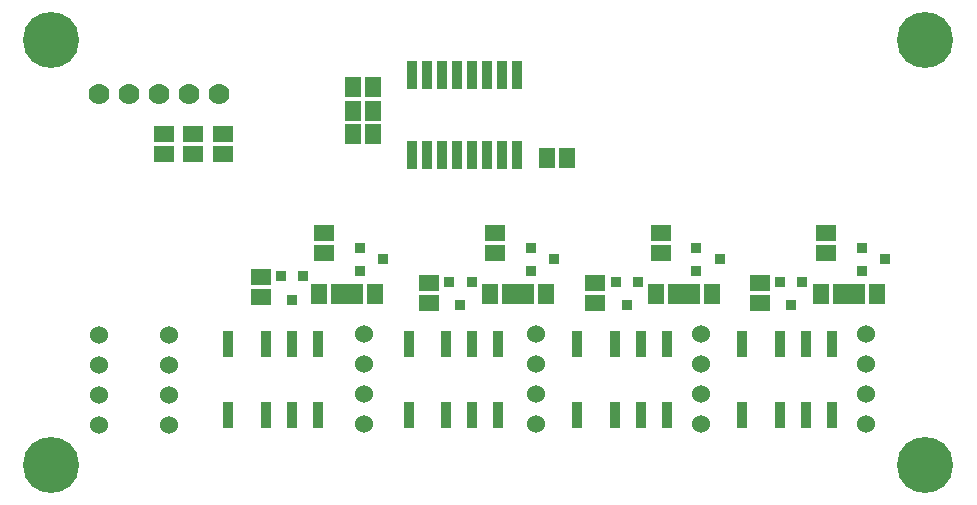
<source format=gts>
G04 -- Generated By PCBWeb Designer*
%FSLAX24Y24*%
%MOIN*%
%OFA0B0*%
%SFA1.0B1.0*%
%AMROTRECT*21,1,$1,$2,0,0,$3*%
%AMROTOBLONG*1,1,$7,$1,$2*1,1,$7,$3,$4*21,1,$5,$6,0,0,$8*%
%ADD10C,0.025*%
%ADD11R,0.022X0.085*%
%ADD12R,0.032X0.095*%
%ADD13C,0.006*%
%ADD14C,0.0075*%
%ADD15C,0.0235*%
%ADD16C,0.008*%
%ADD17C,0.024*%
%ADD18C,0.05*%
%ADD19C,0.028*%
%ADD20C,0.06*%
%ADD21C,0.035*%
%ADD22C,0.07*%
%ADD23R,0.0433X0.055*%
%ADD24R,0.0533X0.065*%
%ADD25R,0.055X0.0433*%
%ADD26R,0.065X0.0533*%
%ADD27C,0.1772*%
%ADD28C,0.128*%
%ADD29C,0.1872*%
%ADD30C,0.0059*%
%ADD31R,0.0276X0.0236*%
%ADD32R,0.0376X0.0336*%
%ADD33C,0.01*%
%ADD34C,0.0039*%
%ADD35C,0.0199*%
%ADD36R,0.07X0.085*%
%ADD37R,0.08X0.095*%
%ADD38R,0.0276X0.0787*%
%ADD39R,0.0376X0.0887*%
%ADD40R,0.0236X0.0276*%
%ADD41R,0.0336X0.0376*%
%ADD42C,0.0*%
%ADD43C,0.0394*%
%ADD44C,0.0258*%
%ADD45C,0.0098*%
G01*
%LNSTD*%
%LPD*%
G54D12*
X17104Y14574D03*
X16604Y14574D03*
X16104Y14574D03*
X15604Y14574D03*
X15104Y14574D03*
X14604Y14574D03*
X14104Y14574D03*
X13604Y14574D03*
X13604Y11914D03*
X14104Y11914D03*
X14604Y11914D03*
X15104Y11914D03*
X15604Y11914D03*
X16104Y11914D03*
X16604Y11914D03*
X17104Y11914D03*
G54D20*
X3150Y5906D03*
X3150Y4906D03*
X3150Y3906D03*
X3150Y2906D03*
X12008Y2953D03*
X12008Y3953D03*
X12008Y4953D03*
X12008Y5953D03*
X17717Y2953D03*
X17717Y3953D03*
X17717Y4953D03*
X17717Y5953D03*
X23228Y2953D03*
X23228Y3953D03*
X23228Y4953D03*
X23228Y5953D03*
X28740Y2953D03*
X28740Y3953D03*
X28740Y4953D03*
X28740Y5953D03*
G54D22*
X7154Y13925D03*
X6154Y13925D03*
X5154Y13925D03*
X4154Y13925D03*
X3154Y13925D03*
G54D24*
X11614Y14173D03*
X12283Y14173D03*
X11614Y13386D03*
X12283Y13386D03*
X11614Y12598D03*
X12283Y12598D03*
X18110Y11811D03*
X18779Y11811D03*
G54D26*
X5315Y12598D03*
X5315Y11929D03*
X6299Y12598D03*
X6299Y11929D03*
X7283Y12598D03*
X7283Y11929D03*
G54D20*
X5512Y5906D03*
X5512Y4906D03*
X5512Y3906D03*
X5512Y2906D03*
G54D29*
X1575Y1575D03*
X1575Y15748D03*
G54D24*
X22402Y7283D03*
X21733Y7283D03*
X27913Y7283D03*
X27244Y7283D03*
X12362Y7283D03*
X11693Y7283D03*
X18071Y7283D03*
X17402Y7283D03*
X23583Y7283D03*
X22914Y7283D03*
X29094Y7283D03*
X28425Y7283D03*
G54D32*
X11850Y8051D03*
X11850Y8799D03*
X12638Y8425D03*
X17559Y8051D03*
X17559Y8799D03*
X18346Y8425D03*
X23071Y8051D03*
X23071Y8799D03*
X23858Y8425D03*
X28583Y8051D03*
X28583Y8799D03*
X29370Y8425D03*
G54D26*
X8563Y7825D03*
X8563Y7156D03*
X14174Y7628D03*
X14174Y6959D03*
X19686Y7628D03*
X19686Y6959D03*
X25198Y7628D03*
X25198Y6959D03*
X10669Y9291D03*
X10669Y8622D03*
X16378Y9291D03*
X16378Y8622D03*
X21890Y9291D03*
X21890Y8622D03*
X27402Y9291D03*
X27402Y8622D03*
G54D39*
X7480Y3248D03*
X8740Y3248D03*
X9606Y3248D03*
X10473Y3248D03*
X10473Y5610D03*
X9606Y5610D03*
X8740Y5610D03*
X7480Y5610D03*
G54D41*
X9223Y7874D03*
X9971Y7874D03*
X9597Y7087D03*
X14833Y7677D03*
X15581Y7677D03*
X15207Y6890D03*
G54D39*
X13484Y3248D03*
X14744Y3248D03*
X15610Y3248D03*
X16476Y3248D03*
X16476Y5610D03*
X15610Y5610D03*
X14744Y5610D03*
X13484Y5610D03*
G54D41*
X20394Y7677D03*
X21142Y7677D03*
X20768Y6890D03*
X25857Y7677D03*
X26605Y7677D03*
X26231Y6890D03*
G54D39*
X19095Y3248D03*
X20354Y3248D03*
X21221Y3248D03*
X22087Y3248D03*
X22087Y5610D03*
X21221Y5610D03*
X20354Y5610D03*
X19095Y5610D03*
X24606Y3248D03*
X25866Y3248D03*
X26732Y3248D03*
X27599Y3248D03*
X27599Y5610D03*
X26732Y5610D03*
X25866Y5610D03*
X24606Y5610D03*
G54D29*
X30709Y1575D03*
X30709Y15748D03*
G54D24*
X16880Y7284D03*
X16211Y7284D03*
X11172Y7284D03*
X10503Y7284D03*
M02*

</source>
